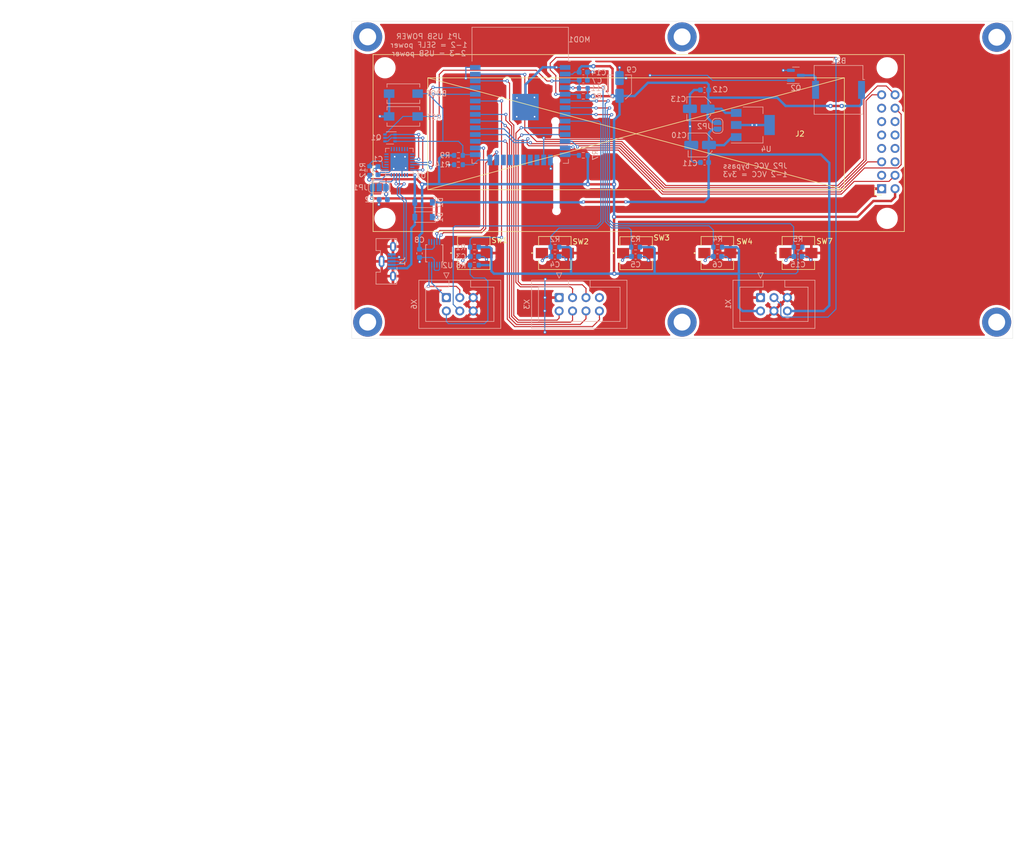
<source format=kicad_pcb>
(kicad_pcb (version 20211014) (generator pcbnew)

  (general
    (thickness 1.6)
  )

  (paper "A4")
  (layers
    (0 "F.Cu" signal)
    (31 "B.Cu" signal)
    (32 "B.Adhes" user "B.Adhesive")
    (33 "F.Adhes" user "F.Adhesive")
    (34 "B.Paste" user)
    (35 "F.Paste" user)
    (36 "B.SilkS" user "B.Silkscreen")
    (37 "F.SilkS" user "F.Silkscreen")
    (38 "B.Mask" user)
    (39 "F.Mask" user)
    (40 "Dwgs.User" user "User.Drawings")
    (41 "Cmts.User" user "User.Comments")
    (42 "Eco1.User" user "User.Eco1")
    (43 "Eco2.User" user "User.Eco2")
    (44 "Edge.Cuts" user)
    (45 "Margin" user)
    (46 "B.CrtYd" user "B.Courtyard")
    (47 "F.CrtYd" user "F.Courtyard")
    (48 "B.Fab" user)
    (49 "F.Fab" user)
  )

  (setup
    (stackup
      (layer "F.SilkS" (type "Top Silk Screen"))
      (layer "F.Paste" (type "Top Solder Paste"))
      (layer "F.Mask" (type "Top Solder Mask") (thickness 0.01))
      (layer "F.Cu" (type "copper") (thickness 0.035))
      (layer "dielectric 1" (type "core") (thickness 1.51) (material "FR4") (epsilon_r 4.5) (loss_tangent 0.02))
      (layer "B.Cu" (type "copper") (thickness 0.035))
      (layer "B.Mask" (type "Bottom Solder Mask") (thickness 0.01))
      (layer "B.Paste" (type "Bottom Solder Paste"))
      (layer "B.SilkS" (type "Bottom Silk Screen"))
      (copper_finish "None")
      (dielectric_constraints no)
    )
    (pad_to_mask_clearance 0)
    (grid_origin 151.892 61.3664)
    (pcbplotparams
      (layerselection 0x00010fc_ffffffff)
      (disableapertmacros false)
      (usegerberextensions false)
      (usegerberattributes true)
      (usegerberadvancedattributes true)
      (creategerberjobfile true)
      (svguseinch false)
      (svgprecision 6)
      (excludeedgelayer true)
      (plotframeref false)
      (viasonmask false)
      (mode 1)
      (useauxorigin false)
      (hpglpennumber 1)
      (hpglpenspeed 20)
      (hpglpendiameter 15.000000)
      (dxfpolygonmode true)
      (dxfimperialunits true)
      (dxfusepcbnewfont true)
      (psnegative false)
      (psa4output false)
      (plotreference true)
      (plotvalue true)
      (plotinvisibletext false)
      (sketchpadsonfab false)
      (subtractmaskfromsilk false)
      (outputformat 1)
      (mirror false)
      (drillshape 1)
      (scaleselection 1)
      (outputdirectory "")
    )
  )

  (net 0 "")
  (net 1 "VCC")
  (net 2 "GND")
  (net 3 "+3V3")
  (net 4 "/ESP_RST")
  (net 5 "/BTN_USR_1")
  (net 6 "/BTN_USR_2")
  (net 7 "/BTN_USR_3")
  (net 8 "/BTN_USR_4")
  (net 9 "/ERROR")
  (net 10 "unconnected-(U1-Pad1)")
  (net 11 "unconnected-(U1-Pad2)")
  (net 12 "unconnected-(U1-Pad10)")
  (net 13 "unconnected-(U1-Pad11)")
  (net 14 "unconnected-(U1-Pad12)")
  (net 15 "unconnected-(U1-Pad13)")
  (net 16 "unconnected-(U1-Pad14)")
  (net 17 "unconnected-(U1-Pad15)")
  (net 18 "unconnected-(U1-Pad16)")
  (net 19 "unconnected-(U1-Pad17)")
  (net 20 "unconnected-(U1-Pad18)")
  (net 21 "unconnected-(U1-Pad19)")
  (net 22 "unconnected-(U1-Pad20)")
  (net 23 "unconnected-(U1-Pad21)")
  (net 24 "/ESP_GPIO0")
  (net 25 "unconnected-(U1-Pad22)")
  (net 26 "unconnected-(U1-Pad23)")
  (net 27 "unconnected-(U1-Pad27)")
  (net 28 "/IN_ADC0")
  (net 29 "/I2C_SDA")
  (net 30 "/ESP_RX")
  (net 31 "/ESP_TX")
  (net 32 "/I2C_SCL")
  (net 33 "/IN_ADC1")
  (net 34 "/IN_ADC2")
  (net 35 "unconnected-(U2-Pad7)")
  (net 36 "Net-(BZ1-Pad2)")
  (net 37 "/BTN_USR_5")
  (net 38 "/uC04")
  (net 39 "/uC05")
  (net 40 "/uC03")
  (net 41 "/ESP_GPIO2")
  (net 42 "/uC06")
  (net 43 "/uC02")
  (net 44 "unconnected-(X3-Pad7)")
  (net 45 "VBUS")
  (net 46 "Net-(JP1-Pad2)")
  (net 47 "/DTR")
  (net 48 "/RTS")
  (net 49 "/USB_RST")
  (net 50 "/D-")
  (net 51 "/D+")
  (net 52 "+5V")
  (net 53 "unconnected-(J2-Pad3)")
  (net 54 "/OLED_MOSI")
  (net 55 "unconnected-(J2-Pad6)")
  (net 56 "unconnected-(J2-Pad7)")
  (net 57 "unconnected-(J2-Pad8)")
  (net 58 "unconnected-(J2-Pad9)")
  (net 59 "unconnected-(J2-Pad10)")
  (net 60 "unconnected-(J2-Pad11)")
  (net 61 "unconnected-(J2-Pad12)")
  (net 62 "unconnected-(J2-Pad13)")
  (net 63 "/OLED_DC")
  (net 64 "/OLED_RST")
  (net 65 "/OLED_CS")
  (net 66 "/ESP_GPIO12")
  (net 67 "/BUZZER")
  (net 68 "unconnected-(MOD1-Pad17)")
  (net 69 "unconnected-(MOD1-Pad18)")
  (net 70 "unconnected-(MOD1-Pad19)")
  (net 71 "unconnected-(MOD1-Pad20)")
  (net 72 "unconnected-(MOD1-Pad21)")
  (net 73 "unconnected-(MOD1-Pad22)")
  (net 74 "/OLED_SCK")
  (net 75 "/uC01")
  (net 76 "unconnected-(MOD1-Pad32)")
  (net 77 "/LEVEL")
  (net 78 "/LEVEL_PU")
  (net 79 "unconnected-(U2-Pad2)")

  (footprint "Button_Switch_SMD:SW_SPST_ALPS_SKPMAME010" (layer "F.Cu") (at 93.9546 109.8296))

  (footprint "MountingHole:MountingHole_3.2mm_M3_ISO14580_Pad" (layer "F.Cu") (at 58.547 68.9102))

  (footprint "MountingHole:MountingHole_3.2mm_M3_ISO14580_Pad" (layer "F.Cu") (at 177.5714 68.9864))

  (footprint "MountingHole:MountingHole_3.2mm_M3_ISO14580_Pad" (layer "F.Cu") (at 177.546 122.9106))

  (footprint "Button_Switch_SMD:SW_SPST_ALPS_SKPMAME010" (layer "F.Cu") (at 109.333893 109.855))

  (footprint "Button_Switch_SMD:SW_SPST_ALPS_SKPMAME010" (layer "F.Cu") (at 140.0302 109.8296))

  (footprint "Button_Switch_SMD:SW_SPST_ALPS_SKPMAME010" (layer "F.Cu") (at 124.700893 109.8296))

  (footprint "MountingHole:MountingHole_3.2mm_M3_ISO14580_Pad" (layer "F.Cu") (at 58.547 122.9106))

  (footprint "Button_Switch_SMD:SW_SPST_ALPS_SKPMAME010" (layer "F.Cu") (at 78.613 109.8296))

  (footprint "MountingHole:MountingHole_3.2mm_M3_ISO14580_Pad" (layer "F.Cu") (at 118.0338 122.9106))

  (footprint "MountingHole:MountingHole_3.2mm_M3_ISO14580_Pad" (layer "F.Cu") (at 118.0338 68.9102))

  (footprint "Display:OLED_SSD1322_NHD_256X64" (layer "F.Cu") (at 160.0708 72.263))

  (footprint "Capacitor_SMD:C_0603_1608Metric" (layer "B.Cu") (at 68.3514 109.8934 -90))

  (footprint "Capacitor_SMD:C_0603_1608Metric" (layer "B.Cu") (at 109.22 110.49 180))

  (footprint "Capacitor_SMD:C_0603_1608Metric" (layer "B.Cu") (at 60.5028 94.234 -90))

  (footprint "Resistor_SMD:R_0603_1608Metric" (layer "B.Cu") (at 99.3394 91.3384))

  (footprint "Diode_SMD:D_SOD-123" (layer "B.Cu") (at 69.1134 100.2284 180))

  (footprint "Connector_IDC:IDC-Header_2x04_P2.54mm_Vertical" (layer "B.Cu") (at 94.7674 118.2624 -90))

  (footprint "Capacitor_SMD:C_0603_1608Metric" (layer "B.Cu") (at 139.954 110.49 180))

  (footprint "Resistor_SMD:R_0603_1608Metric" (layer "B.Cu") (at 93.98 108.712 180))

  (footprint "Capacitor_SMD:C_0603_1608Metric" (layer "B.Cu") (at 124.714 110.49 180))

  (footprint "Package_SO:TSSOP-10_3x3mm_P0.5mm" (layer "B.Cu") (at 71.1454 109.8804 90))

  (footprint "Capacitor_SMD:C_Elec_4x5.4" (layer "B.Cu") (at 121.1834 82.5246 180))

  (footprint "Diode_SMD:D_SOD-123" (layer "B.Cu") (at 69.1134 103.0224 180))

  (footprint "Resistor_SMD:R_0603_1608Metric" (layer "B.Cu") (at 109.22 108.712 180))

  (footprint "Jumper:SolderJumper-2_P1.3mm_Open_RoundedPad1.0x1.5mm" (layer "B.Cu") (at 124.7394 85.7504 90))

  (footprint "Connector_IDC:IDC-Header_2x03_P2.54mm_Vertical" (layer "B.Cu") (at 132.8674 118.2624 -90))

  (footprint "Resistor_SMD:R_0603_1608Metric" (layer "B.Cu") (at 99.3394 78.6384))

  (footprint "Capacitor_SMD:C_0603_1608Metric" (layer "B.Cu") (at 99.3394 77.1144))

  (footprint "Capacitor_SMD:C_0603_1608Metric" (layer "B.Cu") (at 93.967 110.49 180))

  (footprint "Resistor_SMD:R_0603_1608Metric" (layer "B.Cu") (at 99.3394 80.1624 180))

  (footprint "Capacitor_SMD:C_Elec_4x5.4" (layer "B.Cu") (at 106.1974 78.3844 90))

  (footprint "Resistor_SMD:R_0603_1608Metric" (layer "B.Cu") (at 58.928 94.234 -90))

  (footprint "Connector_IDC:IDC-Header_2x03_P2.54mm_Vertical" (layer "B.Cu") (at 73.4314 118.2624 -90))

  (footprint "Package_TO_SOT_SMD:SOT-23" (layer "B.Cu") (at 139.554342 76.198))

  (footprint "Resistor_SMD:R_0603_1608Metric" (layer "B.Cu") (at 139.954 108.712 180))

  (footprint "Package_DFN_QFN:QFN-28-1EP_5x5mm_P0.5mm_EP3.35x3.35mm" (layer "B.Cu") (at 64.5414 92.6084 90))

  (footprint "Resistor_SMD:R_0603_1608Metric" (layer "B.Cu") (at 78.74 108.712 180))

  (footprint "Capacitor_SMD:C_0603_1608Metric" (layer "B.Cu") (at 61.4934 99.7204 180))

  (footprint "Connector_USB:USB_Micro-B_Molex-105133-0031" (layer "B.Cu") (at 62.2554 111.4044 90))

  (footprint "Capacitor_SMD:C_0603_1608Metric" (layer "B.Cu") (at 122.2756 92.6846 180))

  (footprint "Button_Switch_SMD:SW_SPST_EVQPE1" (layer "B.Cu") (at 65.3034 79.6544 180))

  (footprint "Resistor_SMD:R_0603_1608Metric" (layer "B.Cu") (at 124.7648 108.712 180))

  (footprint "Jumper:SolderJumper-3_P1.3mm_Open_RoundedPad1.0x1.5mm" (layer "B.Cu") (at 60.7314 97.4344))

  (footprint "Package_TO_SOT_SMD:SOT-363_SC-70-6" (layer "B.Cu") (at 62.7634 88.0364 180))

  (footprint "Capacitor_SMD:C_0603_1608Metric" (layer "B.Cu") (at 99.3394 75.5904))

  (footprint "Buzzer_Beeper:Buzzer_Murata_PKMCS0909E" (layer "B.Cu") (at 147.6248 78.9432 180))

  (footprint "Button_Switch_SMD:SW_SPST_EVQPE1" (layer "B.Cu") (at 65.3034 83.9724 180))

  (footprint "Resistor_SMD:R_0603_1608Metric" (layer "B.Cu") (at 75.7174 93.1164))

  (footprint "Package_TO_SOT_SMD:SOT-223-3_TabPin2" (layer "B.Cu") (at 131.4196 85.598))

  (footprint "Resistor_SMD:R_0603_1608Metric" (layer "B.Cu") (at 75.7174 91.3384 180))

  (footprint "Resistor_SMD:R_0603_1608Metric" (layer "B.Cu")
    (tedit 5F68FEEE) (tstamp dda1e6ca-91ec-4136-b90b-3c54d79454b9)
    (at 78.74 112.1156 180)
    (descr "Resistor SMD 0603 (1608 Metric), square (rectangular) end terminal, IPC_7351 nominal, (Body size source: IPC-SM-782 page 72, https://www.pcb-3d.com/wordpress/wp-content/uploads/ipc-sm-782a_amendment_1_and_2.pdf), generated with kicad-footprint-generator")
    (tags "resistor")
    (property "DNP" "")
    (property "Sheetfile" "MiliOhmMeter.kicad_sch")
    (property "Sheetname" "")
    (path "/210d9eb5-cc9c-450c-b4e8-2b67a6687d68")
    (attr smd)
    (fp_t
... [474401 chars truncated]
</source>
